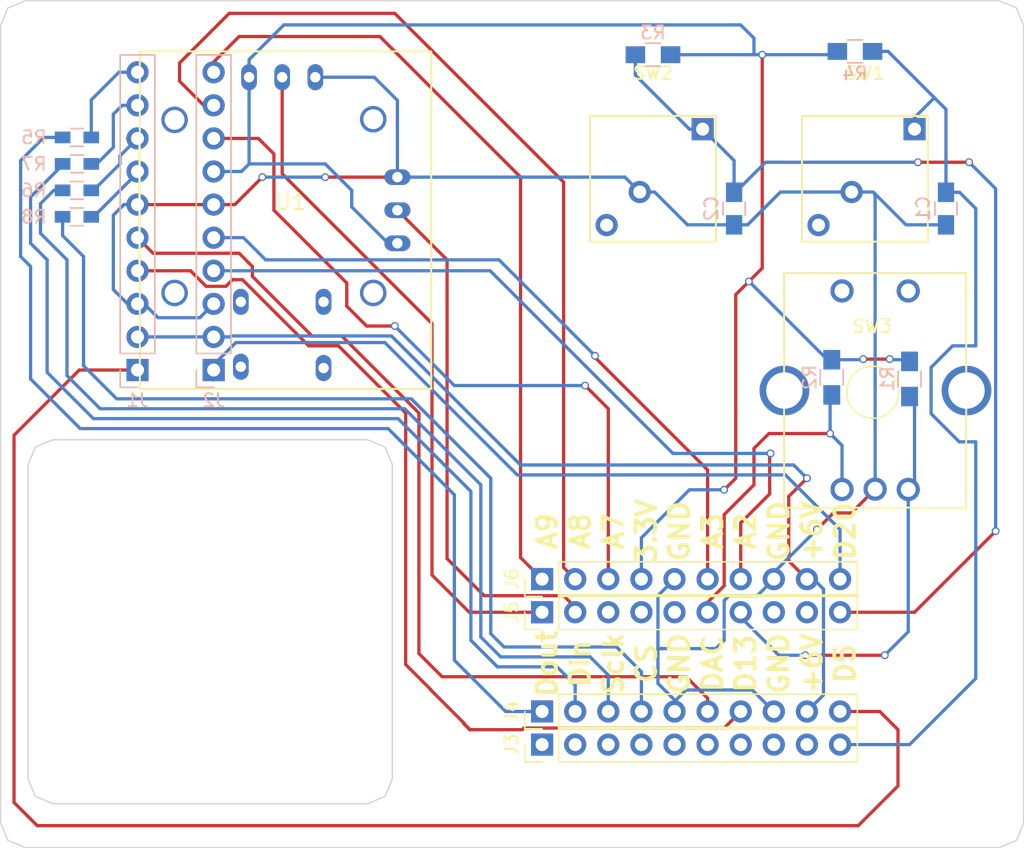
<source format=kicad_pcb>
(kicad_pcb (version 4) (host pcbnew 4.0.7)
  (layers (0 F.Cu signal) (31 B.Cu signal) (34 B.Paste user) (35 F.Paste user) (36 B.SilkS user) (37 F.SilkS user) (38 B.Mask user) (39 F.Mask user) (44 Edge.Cuts user))
  (net 0 "")
  (net 1 +6V)
  (net 2 GND)
  (net 3 +3V3)
  (net 4 /DOUT)
  (net 5 /DIN)
  (net 6 /SCLK)
  (net 7 /CS)
  (net 8 /DAC)
  (net 9 /LED)
  (net 10 /A9)
  (net 11 /A8)
  (net 12 /A7)
  (net 13 /A3)
  (net 14 /A2)
  (net 15 /PWM_20)
  (net 16 "Net-(C1-Pad1)")
  (net 17 "Net-(C2-Pad1)")
  (net 18 /PWM_5)
  (net 19 "Net-(J5-Pad1)")
  (net 20 "Net-(J5-Pad2)")
  (net 21 "Net-(J5-Pad6)")
  (net 22 "Net-(J5-Pad7)")
  (net 23 "Net-(J1-Pad7)")
  (net 24 "Net-(J1-Pad8)")
  (net 25 "Net-(J1-Pad9)")
  (net 26 "Net-(J1-Pad10)")
  (module Mounting_Holes:MountingHole_2.7mm (layer F.Cu) (at 180.6702 133.4516)
    (fp_text reference "" (at 0 -3.7) (layer F.SilkS))
    (fp_text value "")
    (pad 1 np_thru_hole circle (at 0 0) (size 2.7 2.7) (drill 2.7) (layers *.Cu *.Mask))
  )
  (module Mounting_Holes:MountingHole_2.7mm (layer F.Cu) (at 180.6702 78.5876)
    (fp_text reference "" (at 0 -3.7) (layer F.SilkS))
    (fp_text value "")
    (pad 1 np_thru_hole circle (at 0 0) (size 2.7 2.7) (drill 2.7) (layers *.Cu *.Mask))
  )
  (module Pin_Headers:Pin_Header_Straight_1x10_Pitch2.54mm (layer F.Cu) (at 149.479 128.143 90)
    (fp_text reference J4 (at 0 -2.33 90) (layer F.SilkS))
    (fp_text value Conn_01x10)
    (pad 1 thru_hole rect (at 0 0 90) (size 1.7 1.7) (drill 1) (layers *.Cu *.Mask) (net 4 /DOUT))
    (pad 2 thru_hole oval (at 0 2.54 90) (size 1.7 1.7) (drill 1) (layers *.Cu *.Mask) (net 5 /DIN))
    (pad 3 thru_hole oval (at 0 5.08 90) (size 1.7 1.7) (drill 1) (layers *.Cu *.Mask) (net 6 /SCLK))
    (pad 4 thru_hole oval (at 0 7.62 90) (size 1.7 1.7) (drill 1) (layers *.Cu *.Mask) (net 7 /CS))
    (pad 5 thru_hole oval (at 0 10.16 90) (size 1.7 1.7) (drill 1) (layers *.Cu *.Mask) (net 2 GND))
    (pad 6 thru_hole oval (at 0 12.7 90) (size 1.7 1.7) (drill 1) (layers *.Cu *.Mask) (net 8 /DAC))
    (pad 7 thru_hole oval (at 0 15.24 90) (size 1.7 1.7) (drill 1) (layers *.Cu *.Mask) (net 9 /LED))
    (pad 8 thru_hole oval (at 0 17.78 90) (size 1.7 1.7) (drill 1) (layers *.Cu *.Mask) (net 2 GND))
    (pad 9 thru_hole oval (at 0 20.32 90) (size 1.7 1.7) (drill 1) (layers *.Cu *.Mask) (net 1 +6V))
    (pad 10 thru_hole oval (at 0 22.86 90) (size 1.7 1.7) (drill 1) (layers *.Cu *.Mask) (net 18 /PWM_5))
  )
  (module Resistors_SMD:R_0805_HandSoldering (layer B.Cu) (at 177.673 102.616 270)
    (fp_text reference R1 (at 0 1.7 270) (layer B.SilkS) (effects (justify mirror)))
    (fp_text value 10k)
    (pad 1 smd rect (at -1.35 0 270) (size 1.5 1.3) (layers B.Cu B.Paste B.Mask) (net 3 +3V3))
    (pad 2 smd rect (at 1.35 0 270) (size 1.5 1.3) (layers B.Cu B.Paste B.Mask) (net 22 "Net-(J5-Pad7)"))
  )
  (module Resistors_SMD:R_0805_HandSoldering (layer B.Cu) (at 171.704 102.489 270)
    (fp_text reference R2 (at 0 1.7 270) (layer B.SilkS) (effects (justify mirror)))
    (fp_text value 10k)
    (pad 1 smd rect (at -1.35 0 270) (size 1.5 1.3) (layers B.Cu B.Paste B.Mask) (net 3 +3V3))
    (pad 2 smd rect (at 1.35 0 270) (size 1.5 1.3) (layers B.Cu B.Paste B.Mask) (net 21 "Net-(J5-Pad6)"))
  )
  (module Socket_Strips:Socket_Strip_Straight_1x10_Pitch2.54mm (layer B.Cu) (at 118.4402 101.9302)
    (fp_text reference J1 (at 0 2.33) (layer B.SilkS) (effects (justify mirror)))
    (fp_text value Conn_01x10)
    (pad 1 thru_hole rect (at 0 0) (size 1.7 1.7) (drill 1) (layers *.Cu *.Mask) (net 18 /PWM_5))
    (pad 2 thru_hole oval (at 0 -2.54) (size 1.7 1.7) (drill 1) (layers *.Cu *.Mask) (net 1 +6V))
    (pad 3 thru_hole oval (at 0 -5.08) (size 1.7 1.7) (drill 1) (layers *.Cu *.Mask) (net 2 GND))
    (pad 4 thru_hole oval (at 0 -7.62) (size 1.7 1.7) (drill 1) (layers *.Cu *.Mask) (net 9 /LED))
    (pad 5 thru_hole oval (at 0 -10.16) (size 1.7 1.7) (drill 1) (layers *.Cu *.Mask) (net 8 /DAC))
    (pad 6 thru_hole oval (at 0 -12.7) (size 1.7 1.7) (drill 1) (layers *.Cu *.Mask) (net 2 GND))
    (pad 7 thru_hole oval (at 0 -15.24) (size 1.7 1.7) (drill 1) (layers *.Cu *.Mask) (net 23 "Net-(J1-Pad7)"))
    (pad 8 thru_hole oval (at 0 -17.78) (size 1.7 1.7) (drill 1) (layers *.Cu *.Mask) (net 24 "Net-(J1-Pad8)"))
    (pad 9 thru_hole oval (at 0 -20.32) (size 1.7 1.7) (drill 1) (layers *.Cu *.Mask) (net 25 "Net-(J1-Pad9)"))
    (pad 10 thru_hole oval (at 0 -22.86) (size 1.7 1.7) (drill 1) (layers *.Cu *.Mask) (net 26 "Net-(J1-Pad10)"))
  )
  (module Socket_Strips:Socket_Strip_Straight_1x10_Pitch2.54mm (layer B.Cu) (at 124.2822 101.9302)
    (fp_text reference J2 (at 0 2.33) (layer B.SilkS) (effects (justify mirror)))
    (fp_text value Conn_01x10)
    (pad 1 thru_hole rect (at 0 0) (size 1.7 1.7) (drill 1) (layers *.Cu *.Mask) (net 15 /PWM_20))
    (pad 2 thru_hole oval (at 0 -2.54) (size 1.7 1.7) (drill 1) (layers *.Cu *.Mask) (net 1 +6V))
    (pad 3 thru_hole oval (at 0 -5.08) (size 1.7 1.7) (drill 1) (layers *.Cu *.Mask) (net 2 GND))
    (pad 4 thru_hole oval (at 0 -7.62) (size 1.7 1.7) (drill 1) (layers *.Cu *.Mask) (net 14 /A2))
    (pad 5 thru_hole oval (at 0 -10.16) (size 1.7 1.7) (drill 1) (layers *.Cu *.Mask) (net 13 /A3))
    (pad 6 thru_hole oval (at 0 -12.7) (size 1.7 1.7) (drill 1) (layers *.Cu *.Mask) (net 2 GND))
    (pad 7 thru_hole oval (at 0 -15.24) (size 1.7 1.7) (drill 1) (layers *.Cu *.Mask) (net 3 +3V3))
    (pad 8 thru_hole oval (at 0 -17.78) (size 1.7 1.7) (drill 1) (layers *.Cu *.Mask) (net 12 /A7))
    (pad 9 thru_hole oval (at 0 -20.32) (size 1.7 1.7) (drill 1) (layers *.Cu *.Mask) (net 11 /A8))
    (pad 10 thru_hole oval (at 0 -22.86) (size 1.7 1.7) (drill 1) (layers *.Cu *.Mask) (net 10 /A9))
  )
  (module Capacitors_SMD:C_0805_HandSoldering (layer B.Cu) (at 180.467 89.535 270)
    (fp_text reference C1 (at 0 1.75 270) (layer B.SilkS) (effects (justify mirror)))
    (fp_text value 1uF)
    (pad 1 smd rect (at -1.25 0 270) (size 1.5 1.25) (layers B.Cu B.Paste B.Mask) (net 16 "Net-(C1-Pad1)"))
    (pad 2 smd rect (at 1.25 0 270) (size 1.5 1.25) (layers B.Cu B.Paste B.Mask) (net 2 GND))
  )
  (module Capacitors_SMD:C_0805_HandSoldering (layer B.Cu) (at 164.211 89.535 270)
    (fp_text reference C2 (at 0 1.75 270) (layer B.SilkS) (effects (justify mirror)))
    (fp_text value 1uF)
    (pad 1 smd rect (at -1.25 0 270) (size 1.5 1.25) (layers B.Cu B.Paste B.Mask) (net 17 "Net-(C2-Pad1)"))
    (pad 2 smd rect (at 1.25 0 270) (size 1.5 1.25) (layers B.Cu B.Paste B.Mask) (net 2 GND))
  )
  (module Resistors_SMD:R_0805_HandSoldering (layer B.Cu) (at 157.988 77.724 180)
    (fp_text reference R3 (at 0 1.7 180) (layer B.SilkS) (effects (justify mirror)))
    (fp_text value 10k)
    (pad 1 smd rect (at -1.35 0 180) (size 1.5 1.3) (layers B.Cu B.Paste B.Mask) (net 3 +3V3))
    (pad 2 smd rect (at 1.35 0 180) (size 1.5 1.3) (layers B.Cu B.Paste B.Mask) (net 17 "Net-(C2-Pad1)"))
  )
  (module Resistors_SMD:R_0805_HandSoldering (layer B.Cu) (at 173.482 77.47)
    (fp_text reference R4 (at 0 1.7) (layer B.SilkS) (effects (justify mirror)))
    (fp_text value 10k)
    (pad 1 smd rect (at -1.35 0) (size 1.5 1.3) (layers B.Cu B.Paste B.Mask) (net 3 +3V3))
    (pad 2 smd rect (at 1.35 0) (size 1.5 1.3) (layers B.Cu B.Paste B.Mask) (net 16 "Net-(C1-Pad1)"))
  )
  (module teensy:joy_xy (layer F.Cu) (at 129.54 89.662)
    (fp_text reference U1 (at 0.635 -0.635 180) (layer F.SilkS) (effects (font (size 1.2 1.2))))
    (fp_text value Joy_XY)
    (pad 14 thru_hole circle (at -8.255 6.35) (size 2.032 2.032) (drill 1.524) (layers *.Cu *.Mask))
    (pad 1 thru_hole oval (at -2.54 -10.21) (size 1.2 2) (drill 0.8) (layers *.Cu *.Mask) (net 3 +3V3))
    (pad 13 thru_hole circle (at 6.985 6.35) (size 2.032 2.032) (drill 1.524) (layers *.Cu *.Mask))
    (pad 2 thru_hole oval (at 0 -10.21) (size 1.2 2) (drill 0.8) (layers *.Cu *.Mask) (net 19 "Net-(J5-Pad1)"))
    (pad 12 thru_hole circle (at 6.985 -6.985) (size 2.032 2.032) (drill 1.524) (layers *.Cu *.Mask))
    (pad 3 thru_hole oval (at 2.54 -10.21) (size 1.2 2) (drill 0.8) (layers *.Cu *.Mask) (net 2 GND))
    (pad 11 thru_hole circle (at -8.255 -6.935) (size 2.032 2.032) (drill 1.524) (layers *.Cu *.Mask))
    (pad 4 thru_hole oval (at 8.84 2.54 90) (size 1.2 2) (drill 0.8) (layers *.Cu *.Mask) (net 3 +3V3))
    (pad 10 thru_hole oval (at 3.175 7.035) (size 1.2 2) (drill 0.8) (layers *.Cu *.Mask))
    (pad 5 thru_hole oval (at 8.84 0 90) (size 1.2 2) (drill 0.8) (layers *.Cu *.Mask) (net 20 "Net-(J5-Pad2)"))
    (pad 9 thru_hole oval (at 3.175 12.115) (size 1.2 2) (drill 0.8) (layers *.Cu *.Mask))
    (pad 6 thru_hole oval (at 8.84 -2.54 90) (size 1.2 2) (drill 0.8) (layers *.Cu *.Mask) (net 2 GND))
    (pad 8 thru_hole oval (at -3.175 7.035) (size 1.2 2) (drill 0.8) (layers *.Cu *.Mask))
    (pad 7 thru_hole oval (at -3.175 12.015) (size 1.2 2) (drill 0.8) (layers *.Cu *.Mask))
  )
  (module Pin_Headers:Pin_Header_Straight_1x10_Pitch2.54mm (layer F.Cu) (at 149.479 130.683 90)
    (fp_text reference J3 (at 0 -2.33 90) (layer F.SilkS))
    (fp_text value Conn_01x10)
    (pad 1 thru_hole rect (at 0 0 90) (size 1.7 1.7) (drill 1) (layers *.Cu *.Mask))
    (pad 2 thru_hole oval (at 0 2.54 90) (size 1.7 1.7) (drill 1) (layers *.Cu *.Mask))
    (pad 3 thru_hole oval (at 0 5.08 90) (size 1.7 1.7) (drill 1) (layers *.Cu *.Mask))
    (pad 4 thru_hole oval (at 0 7.62 90) (size 1.7 1.7) (drill 1) (layers *.Cu *.Mask))
    (pad 5 thru_hole oval (at 0 10.16 90) (size 1.7 1.7) (drill 1) (layers *.Cu *.Mask))
    (pad 6 thru_hole oval (at 0 12.7 90) (size 1.7 1.7) (drill 1) (layers *.Cu *.Mask))
    (pad 7 thru_hole oval (at 0 15.24 90) (size 1.7 1.7) (drill 1) (layers *.Cu *.Mask))
    (pad 8 thru_hole oval (at 0 17.78 90) (size 1.7 1.7) (drill 1) (layers *.Cu *.Mask))
    (pad 9 thru_hole oval (at 0 20.32 90) (size 1.7 1.7) (drill 1) (layers *.Cu *.Mask))
    (pad 10 thru_hole oval (at 0 22.86 90) (size 1.7 1.7) (drill 1) (layers *.Cu *.Mask) (net 16 "Net-(C1-Pad1)"))
  )
  (module Pin_Headers:Pin_Header_Straight_1x10_Pitch2.54mm (layer F.Cu) (at 149.479 120.523 90)
    (fp_text reference J5 (at 0 -2.33 90) (layer F.SilkS))
    (fp_text value Conn_01x10)
    (pad 1 thru_hole rect (at 0 0 90) (size 1.7 1.7) (drill 1) (layers *.Cu *.Mask) (net 19 "Net-(J5-Pad1)"))
    (pad 2 thru_hole oval (at 0 2.54 90) (size 1.7 1.7) (drill 1) (layers *.Cu *.Mask) (net 20 "Net-(J5-Pad2)"))
    (pad 3 thru_hole oval (at 0 5.08 90) (size 1.7 1.7) (drill 1) (layers *.Cu *.Mask))
    (pad 4 thru_hole oval (at 0 7.62 90) (size 1.7 1.7) (drill 1) (layers *.Cu *.Mask))
    (pad 5 thru_hole oval (at 0 10.16 90) (size 1.7 1.7) (drill 1) (layers *.Cu *.Mask))
    (pad 6 thru_hole oval (at 0 12.7 90) (size 1.7 1.7) (drill 1) (layers *.Cu *.Mask) (net 21 "Net-(J5-Pad6)"))
    (pad 7 thru_hole oval (at 0 15.24 90) (size 1.7 1.7) (drill 1) (layers *.Cu *.Mask) (net 22 "Net-(J5-Pad7)"))
    (pad 8 thru_hole oval (at 0 17.78 90) (size 1.7 1.7) (drill 1) (layers *.Cu *.Mask))
    (pad 9 thru_hole oval (at 0 20.32 90) (size 1.7 1.7) (drill 1) (layers *.Cu *.Mask))
    (pad 10 thru_hole oval (at 0 22.86 90) (size 1.7 1.7) (drill 1) (layers *.Cu *.Mask) (net 17 "Net-(C2-Pad1)"))
  )
  (module Pin_Headers:Pin_Header_Straight_1x10_Pitch2.54mm (layer F.Cu) (at 149.479 117.983 90)
    (fp_text reference J6 (at 0 -2.33 90) (layer F.SilkS))
    (fp_text value Conn_01x10)
    (pad 1 thru_hole rect (at 0 0 90) (size 1.7 1.7) (drill 1) (layers *.Cu *.Mask) (net 10 /A9))
    (pad 2 thru_hole oval (at 0 2.54 90) (size 1.7 1.7) (drill 1) (layers *.Cu *.Mask) (net 11 /A8))
    (pad 3 thru_hole oval (at 0 5.08 90) (size 1.7 1.7) (drill 1) (layers *.Cu *.Mask) (net 12 /A7))
    (pad 4 thru_hole oval (at 0 7.62 90) (size 1.7 1.7) (drill 1) (layers *.Cu *.Mask) (net 3 +3V3))
    (pad 5 thru_hole oval (at 0 10.16 90) (size 1.7 1.7) (drill 1) (layers *.Cu *.Mask) (net 2 GND))
    (pad 6 thru_hole oval (at 0 12.7 90) (size 1.7 1.7) (drill 1) (layers *.Cu *.Mask) (net 13 /A3))
    (pad 7 thru_hole oval (at 0 15.24 90) (size 1.7 1.7) (drill 1) (layers *.Cu *.Mask) (net 14 /A2))
    (pad 8 thru_hole oval (at 0 17.78 90) (size 1.7 1.7) (drill 1) (layers *.Cu *.Mask) (net 2 GND))
    (pad 9 thru_hole oval (at 0 20.32 90) (size 1.7 1.7) (drill 1) (layers *.Cu *.Mask) (net 1 +6V))
    (pad 10 thru_hole oval (at 0 22.86 90) (size 1.7 1.7) (drill 1) (layers *.Cu *.Mask) (net 15 /PWM_20))
  )
  (module Resistors_SMD:R_0603_HandSoldering (layer B.Cu) (at 113.792 84.074 180)
    (fp_text reference R5 (at 3.302 0 180) (layer B.SilkS) (effects (justify mirror)))
    (fp_text value R)
    (pad 1 smd rect (at -1.1 0 180) (size 1.2 0.9) (layers B.Cu B.Paste B.Mask) (net 26 "Net-(J1-Pad10)"))
    (pad 2 smd rect (at 1.1 0 180) (size 1.2 0.9) (layers B.Cu B.Paste B.Mask) (net 4 /DOUT))
  )
  (module Resistors_SMD:R_0603_HandSoldering (layer B.Cu) (at 113.792 88.138 180)
    (fp_text reference R6 (at 3.302 0 180) (layer B.SilkS) (effects (justify mirror)))
    (fp_text value R)
    (pad 1 smd rect (at -1.1 0 180) (size 1.2 0.9) (layers B.Cu B.Paste B.Mask) (net 24 "Net-(J1-Pad8)"))
    (pad 2 smd rect (at 1.1 0 180) (size 1.2 0.9) (layers B.Cu B.Paste B.Mask) (net 6 /SCLK))
  )
  (module Resistors_SMD:R_0603_HandSoldering (layer B.Cu) (at 113.792 86.106 180)
    (fp_text reference R7 (at 3.302 0 180) (layer B.SilkS) (effects (justify mirror)))
    (fp_text value R)
    (pad 1 smd rect (at -1.1 0 180) (size 1.2 0.9) (layers B.Cu B.Paste B.Mask) (net 25 "Net-(J1-Pad9)"))
    (pad 2 smd rect (at 1.1 0 180) (size 1.2 0.9) (layers B.Cu B.Paste B.Mask) (net 5 /DIN))
  )
  (module Resistors_SMD:R_0603_HandSoldering (layer B.Cu) (at 113.792 90.17 180)
    (fp_text reference R8 (at 3.302 0 180) (layer B.SilkS) (effects (justify mirror)))
    (fp_text value R)
    (pad 1 smd rect (at -1.1 0 180) (size 1.2 0.9) (layers B.Cu B.Paste B.Mask) (net 23 "Net-(J1-Pad7)"))
    (pad 2 smd rect (at 1.1 0 180) (size 1.2 0.9) (layers B.Cu B.Paste B.Mask) (net 7 /CS))
  )
  (module Mounting_Holes:MountingHole_2.7mm (layer F.Cu) (at 113.0808 78.5622)
    (fp_text reference "" (at 0 -3.7) (layer F.SilkS))
    (fp_text value "")
    (pad 1 np_thru_hole circle (at 0 0) (size 2.7 2.7) (drill 2.7) (layers *.Cu *.Mask))
  )
  (module teensy:PUSH_SW_SPDT (layer F.Cu) (at 153.67 86.487)
    (fp_text reference SW2 (at 4.318 -7.366) (layer F.SilkS))
    (fp_text value SW_SPDT)
    (pad 2 thru_hole rect (at 8.128 -3.048) (size 1.7 1.7) (drill 1) (layers *.Cu *.Mask) (net 17 "Net-(C2-Pad1)"))
    (pad 3 thru_hole oval (at 3.302 1.778) (size 1.7 1.7) (drill 1) (layers *.Cu *.Mask) (net 2 GND))
    (pad 1 thru_hole oval (at 0.762 4.318) (size 1.7 1.7) (drill 1) (layers *.Cu *.Mask))
  )
  (module teensy:PUSH_SW_SPDT (layer F.Cu) (at 169.926 86.487)
    (fp_text reference SW1 (at 4.318 -7.366) (layer F.SilkS))
    (fp_text value SW_SPDT)
    (pad 2 thru_hole rect (at 8.128 -3.048) (size 1.7 1.7) (drill 1) (layers *.Cu *.Mask) (net 16 "Net-(C1-Pad1)"))
    (pad 3 thru_hole oval (at 3.302 1.778) (size 1.7 1.7) (drill 1) (layers *.Cu *.Mask) (net 2 GND))
    (pad 1 thru_hole oval (at 0.762 4.318) (size 1.7 1.7) (drill 1) (layers *.Cu *.Mask))
  )
  (module teensy:ROT_ENC (layer F.Cu) (at 169.291 102.235)
    (fp_text reference SW3 (at 5.5118 -3.6576) (layer F.SilkS))
    (fp_text value Rotary_Encoder_Switch)
    (pad 7 thru_hole oval (at 12.7508 1.27) (size 3.81 3.81) (drill oval 2.794) (layers *.Cu *.Mask))
    (pad 6 thru_hole oval (at -1.2192 1.27) (size 3.81 3.81) (drill oval 2.794) (layers *.Cu *.Mask))
    (pad 4 thru_hole circle (at 3.2004 -6.3754) (size 1.778 1.778) (drill 1.143) (layers *.Cu *.Mask))
    (pad 5 thru_hole circle (at 8.2804 -6.3754) (size 1.778 1.778) (drill 1.143) (layers *.Cu *.Mask))
    (pad 3 thru_hole circle (at 8.2804 8.8646) (size 1.778 1.778) (drill 1.143) (layers *.Cu *.Mask) (net 22 "Net-(J5-Pad7)"))
    (pad 2 thru_hole circle (at 5.7404 8.8392) (size 1.778 1.778) (drill 1.143) (layers *.Cu *.Mask) (net 2 GND))
    (pad 1 thru_hole circle (at 3.2004 8.8646) (size 1.778 1.778) (drill 1.143) (layers *.Cu *.Mask) (net 21 "Net-(J5-Pad6)"))
  )
  (gr_text D5 (at 172.72 124.46 90) (layer F.SilkS) (effects (font (size 1.5 1.5) (thickness 0.3))))
  (gr_text +6V (at 170.18 124.46 90) (layer F.SilkS) (effects (font (size 1.5 1.5) (thickness 0.3))))
  (gr_text GND (at 167.64 124.46 90) (layer F.SilkS) (effects (font (size 1.5 1.5) (thickness 0.3))))
  (gr_text D13 (at 165.1 124.46 90) (layer F.SilkS) (effects (font (size 1.5 1.5) (thickness 0.3))))
  (gr_text DAC (at 162.56 124.46 90) (layer F.SilkS) (effects (font (size 1.5 1.5) (thickness 0.3))))
  (gr_text GND (at 160.02 124.46 90) (layer F.SilkS) (effects (font (size 1.5 1.5) (thickness 0.3))))
  (gr_text CS (at 157.48 124.46 90) (layer F.SilkS) (effects (font (size 1.5 1.5) (thickness 0.3))))
  (gr_text Sclk (at 154.94 124.46 90) (layer F.SilkS) (effects (font (size 1.5 1.5) (thickness 0.3))))
  (gr_text Din (at 152.4 124.46 90) (layer F.SilkS) (effects (font (size 1.5 1.5) (thickness 0.3))))
  (gr_text Dout (at 149.86 124.46 90) (layer F.SilkS) (effects (font (size 1.5 1.5) (thickness 0.3))))
  (gr_text D20 (at 172.72 114.3 90) (layer F.SilkS) (effects (font (size 1.5 1.5) (thickness 0.3))))
  (gr_text +6V (at 170.18 114.3 90) (layer F.SilkS) (effects (font (size 1.5 1.5) (thickness 0.3))))
  (gr_text GND (at 167.64 114.3 90) (layer F.SilkS) (effects (font (size 1.5 1.5) (thickness 0.3))))
  (gr_text A2 (at 165.1 114.3 90) (layer F.SilkS) (effects (font (size 1.5 1.5) (thickness 0.3))))
  (gr_text A3 (at 162.56 114.3 90) (layer F.SilkS) (effects (font (size 1.5 1.5) (thickness 0.3))))
  (gr_text GND (at 160.02 114.3 90) (layer F.SilkS) (effects (font (size 1.5 1.5) (thickness 0.3))))
  (gr_text 3.3V (at 157.48 114.3 90) (layer F.SilkS) (effects (font (size 1.5 1.5) (thickness 0.3))))
  (gr_text A7 (at 154.94 114.3 90) (layer F.SilkS) (effects (font (size 1.5 1.5) (thickness 0.3))))
  (gr_text A9 (at 149.86 114.3 90) (layer F.SilkS) (effects (font (size 1.5 1.5) (thickness 0.3))))
  (gr_text A8 (at 152.4 114.3 90) (layer F.SilkS) (effects (font (size 1.5 1.5) (thickness 0.3))))
  (gr_circle (center 113.095147 78.579547) (end 114.349907 78.579547) (layer Edge.Cuts) (width 0.1))
  (gr_circle (center 180.659147 133.443547) (end 181.913907 133.443547) (layer Edge.Cuts) (width 0.1))
  (gr_circle (center 180.659147 78.579547) (end 181.913907 78.579547) (layer Edge.Cuts) (width 0.1))
  (gr_line (start 110.047147 133.316547) (end 110.047147 109.186547) (layer Edge.Cuts) (width 0.1))
  (gr_line (start 110.605109 134.663585) (end 110.047147 133.316547) (layer Edge.Cuts) (width 0.1))
  (gr_line (start 111.952147 135.221547) (end 110.605109 134.663585) (layer Edge.Cuts) (width 0.1))
  (gr_line (start 136.082147 135.221547) (end 111.952147 135.221547) (layer Edge.Cuts) (width 0.1))
  (gr_line (start 137.429186 134.663585) (end 136.082147 135.221547) (layer Edge.Cuts) (width 0.1))
  (gr_line (start 137.987147 133.316547) (end 137.429186 134.663585) (layer Edge.Cuts) (width 0.1))
  (gr_line (start 137.987147 109.186547) (end 137.987147 133.316547) (layer Edge.Cuts) (width 0.1))
  (gr_line (start 137.429186 107.839508) (end 137.987147 109.186547) (layer Edge.Cuts) (width 0.1))
  (gr_line (start 136.082147 107.281547) (end 137.429186 107.839508) (layer Edge.Cuts) (width 0.1))
  (gr_line (start 111.952147 107.281547) (end 136.082147 107.281547) (layer Edge.Cuts) (width 0.1))
  (gr_line (start 110.605109 107.839508) (end 111.952147 107.281547) (layer Edge.Cuts) (width 0.1))
  (gr_line (start 110.047147 109.186547) (end 110.605109 107.839508) (layer Edge.Cuts) (width 0.1))
  (gr_line (start 109.845147 138.598553) (end 184.521147 138.598553) (layer Edge.Cuts) (width 0.1))
  (gr_line (start 108.498109 138.040591) (end 109.845147 138.598553) (layer Edge.Cuts) (width 0.1))
  (gr_line (start 107.940147 136.693553) (end 108.498109 138.040591) (layer Edge.Cuts) (width 0.1))
  (gr_line (start 107.940147 75.479553) (end 107.940147 136.693553) (layer Edge.Cuts) (width 0.1))
  (gr_line (start 108.498109 74.132515) (end 107.940147 75.479553) (layer Edge.Cuts) (width 0.1))
  (gr_line (start 109.845147 73.574553) (end 108.498109 74.132515) (layer Edge.Cuts) (width 0.1))
  (gr_line (start 184.521147 73.574553) (end 109.845147 73.574553) (layer Edge.Cuts) (width 0.1))
  (gr_line (start 185.868186 74.132515) (end 184.521147 73.574553) (layer Edge.Cuts) (width 0.1))
  (gr_line (start 186.426147 75.479553) (end 185.868186 74.132515) (layer Edge.Cuts) (width 0.1))
  (gr_line (start 186.426147 136.693553) (end 186.426147 75.479553) (layer Edge.Cuts) (width 0.1))
  (gr_line (start 185.868186 138.040591) (end 186.426147 136.693553) (layer Edge.Cuts) (width 0.1))
  (gr_line (start 184.521147 138.598553) (end 185.868186 138.040591) (layer Edge.Cuts) (width 0.1))
  (segment (start 169.799 117.983) (end 170.307 117.983) (width 0.25) (layer B.Cu) (net 1))
  (segment (start 170.307 117.983) (end 171.069 118.745) (width 0.25) (layer B.Cu) (net 1))
  (segment (start 171.069 126.873) (end 169.799 128.143) (width 0.25) (layer B.Cu) (net 1))
  (segment (start 171.069 118.745) (end 171.069 126.873) (width 0.25) (layer B.Cu) (net 1))
  (segment (start 169.799 117.983) (end 170.18 117.983) (width 0.25) (layer B.Cu) (net 1))
  (via (at 169.799 110.236) (size 0.6) (drill 0.4) (layers F.Cu B.Cu) (net 1))
  (segment (start 169.799 117.983) (end 168.402 116.586) (width 0.25) (layer F.Cu) (net 1))
  (segment (start 168.402 111.633) (end 168.402 116.586) (width 0.25) (layer F.Cu) (net 1))
  (segment (start 168.402 111.633) (end 169.799 110.236) (width 0.25) (layer F.Cu) (net 1))
  (segment (start 124.2822 99.3902) (end 125.5268 99.3902) (width 0.25) (layer B.Cu) (net 1))
  (segment (start 125.603 99.314) (end 137.922 99.314) (width 0.25) (layer B.Cu) (net 1))
  (segment (start 125.5268 99.3902) (end 125.603 99.314) (width 0.25) (layer B.Cu) (net 1))
  (segment (start 137.922 99.314) (end 147.828 109.22) (width 0.25) (layer B.Cu) (net 1))
  (segment (start 147.828 109.22) (end 168.783 109.22) (width 0.25) (layer B.Cu) (net 1))
  (segment (start 168.783 109.22) (end 169.799 110.236) (width 0.25) (layer B.Cu) (net 1))
  (segment (start 169.799 117.983) (end 169.799 118.364) (width 0.25) (layer B.Cu) (net 1))
  (segment (start 118.4402 99.3902) (end 124.2822 99.3902) (width 0.25) (layer B.Cu) (net 1))
  (segment (start 169.799 117.983) (end 169.799 117.729) (width 0.25) (layer B.Cu) (net 1))
  (segment (start 118.4402 96.8502) (end 118.9482 96.8502) (width 0.25) (layer B.Cu) (net 2))
  (segment (start 118.9482 96.8502) (end 120.015 97.917) (width 0.25) (layer B.Cu) (net 2))
  (segment (start 123.2154 97.917) (end 124.2822 96.8502) (width 0.25) (layer B.Cu) (net 2))
  (segment (start 120.015 97.917) (end 123.2154 97.917) (width 0.25) (layer B.Cu) (net 2))
  (segment (start 167.259 117.983) (end 167.259 117.475) (width 0.25) (layer B.Cu) (net 2))
  (segment (start 167.259 117.475) (end 170.561 114.173) (width 0.25) (layer B.Cu) (net 2))
  (segment (start 173.2026 112.903) (end 175.0314 111.0742) (width 0.25) (layer F.Cu) (net 2))
  (segment (start 171.831 112.903) (end 173.2026 112.903) (width 0.25) (layer F.Cu) (net 2))
  (segment (start 170.561 114.173) (end 171.831 112.903) (width 0.25) (layer F.Cu) (net 2))
  (via (at 170.561 114.173) (size 0.6) (drill 0.4) (layers F.Cu B.Cu) (net 2))
  (segment (start 175.0314 111.0742) (end 175.0314 88.4174) (width 0.25) (layer B.Cu) (net 2))
  (segment (start 175.006 88.519) (end 175.006 88.392) (width 0.25) (layer B.Cu) (net 2))
  (segment (start 175.006 88.4428) (end 175.006 88.519) (width 0.25) (layer B.Cu) (net 2))
  (segment (start 175.0314 88.4174) (end 175.006 88.4428) (width 0.25) (layer B.Cu) (net 2))
  (segment (start 118.4402 96.8502) (end 117.6782 96.8502) (width 0.25) (layer B.Cu) (net 2))
  (segment (start 117.6782 96.8502) (end 116.586 95.758) (width 0.25) (layer B.Cu) (net 2))
  (segment (start 117.3988 89.2302) (end 118.4402 89.2302) (width 0.25) (layer B.Cu) (net 2))
  (segment (start 116.586 90.043) (end 117.3988 89.2302) (width 0.25) (layer B.Cu) (net 2))
  (segment (start 116.586 95.758) (end 116.586 90.043) (width 0.25) (layer B.Cu) (net 2))
  (segment (start 138.38 87.122) (end 155.829 87.122) (width 0.25) (layer B.Cu) (net 2))
  (segment (start 155.829 87.122) (end 156.972 88.265) (width 0.25) (layer B.Cu) (net 2))
  (segment (start 164.211 90.785) (end 165.247 90.785) (width 0.25) (layer B.Cu) (net 2))
  (segment (start 167.767 88.265) (end 173.228 88.265) (width 0.25) (layer B.Cu) (net 2))
  (segment (start 165.247 90.785) (end 167.767 88.265) (width 0.25) (layer B.Cu) (net 2))
  (segment (start 156.972 88.265) (end 158.115 88.265) (width 0.25) (layer B.Cu) (net 2))
  (segment (start 158.115 88.265) (end 160.635 90.785) (width 0.25) (layer B.Cu) (net 2))
  (segment (start 160.635 90.785) (end 164.211 90.785) (width 0.25) (layer B.Cu) (net 2))
  (segment (start 173.228 88.265) (end 174.879 88.265) (width 0.25) (layer B.Cu) (net 2))
  (segment (start 174.879 88.265) (end 175.006 88.392) (width 0.25) (layer B.Cu) (net 2))
  (segment (start 175.006 88.392) (end 177.399 90.785) (width 0.25) (layer B.Cu) (net 2))
  (segment (start 177.399 90.785) (end 180.467 90.785) (width 0.25) (layer B.Cu) (net 2))
  (segment (start 159.639 128.143) (end 159.639 127.381) (width 0.25) (layer B.Cu) (net 2))
  (segment (start 159.639 127.381) (end 160.528 126.492) (width 0.25) (layer B.Cu) (net 2))
  (segment (start 165.608 126.492) (end 167.259 128.143) (width 0.25) (layer B.Cu) (net 2))
  (segment (start 160.528 126.492) (end 165.608 126.492) (width 0.25) (layer B.Cu) (net 2))
  (segment (start 165.989 119.253) (end 163.83 119.253) (width 0.25) (layer B.Cu) (net 2))
  (segment (start 163.449 122.682) (end 162.814 123.317) (width 0.25) (layer B.Cu) (net 2))
  (segment (start 163.449 119.634) (end 163.449 122.682) (width 0.25) (layer B.Cu) (net 2))
  (segment (start 163.83 119.253) (end 163.449 119.634) (width 0.25) (layer B.Cu) (net 2))
  (segment (start 158.369 123.317) (end 158.623 123.317) (width 0.25) (layer B.Cu) (net 2))
  (segment (start 158.623 123.317) (end 158.75 123.317) (width 0.25) (layer B.Cu) (net 2))
  (segment (start 167.259 117.983) (end 165.989 119.253) (width 0.25) (layer B.Cu) (net 2))
  (segment (start 162.814 123.317) (end 158.75 123.317) (width 0.25) (layer B.Cu) (net 2))
  (segment (start 158.75 123.317) (end 158.623 123.317) (width 0.25) (layer B.Cu) (net 2))
  (segment (start 159.639 128.143) (end 159.639 127.254) (width 0.25) (layer B.Cu) (net 2))
  (segment (start 158.369 119.253) (end 159.639 117.983) (width 0.25) (layer B.Cu) (net 2))
  (segment (start 158.369 125.984) (end 158.369 123.317) (width 0.25) (layer B.Cu) (net 2))
  (segment (start 158.369 123.317) (end 158.369 119.253) (width 0.25) (layer B.Cu) (net 2))
  (segment (start 159.639 127.254) (end 158.369 125.984) (width 0.25) (layer B.Cu) (net 2))
  (segment (start 124.2822 89.2302) (end 125.9078 89.2302) (width 0.25) (layer F.Cu) (net 2))
  (segment (start 132.842 87.122) (end 138.38 87.122) (width 0.25) (layer F.Cu) (net 2))
  (via (at 132.842 87.122) (size 0.6) (drill 0.4) (layers F.Cu B.Cu) (net 2))
  (segment (start 128.016 87.122) (end 132.842 87.122) (width 0.25) (layer B.Cu) (net 2))
  (via (at 128.016 87.122) (size 0.6) (drill 0.4) (layers F.Cu B.Cu) (net 2))
  (segment (start 125.9078 89.2302) (end 128.016 87.122) (width 0.25) (layer F.Cu) (net 2))
  (segment (start 118.4402 89.2302) (end 124.2822 89.2302) (width 0.25) (layer F.Cu) (net 2))
  (segment (start 167.259 117.983) (end 167.259 117.729) (width 0.25) (layer B.Cu) (net 2))
  (segment (start 132.08 79.452) (end 136.602 79.452) (width 0.25) (layer B.Cu) (net 2))
  (segment (start 138.38 81.23) (end 138.38 87.122) (width 0.25) (layer B.Cu) (net 2))
  (segment (start 137.668 80.518) (end 138.38 81.23) (width 0.25) (layer B.Cu) (net 2))
  (segment (start 136.602 79.452) (end 137.668 80.518) (width 0.25) (layer B.Cu) (net 2))
  (via (at 165.3413 95.1357) (size 0.6) (drill 0.4) (layers F.Cu B.Cu) (net 3))
  (segment (start 165.354 95.123) (end 165.3667 95.1357) (width 0.25) (layer B.Cu) (net 3))
  (segment (start 165.3667 95.1357) (end 165.3413 95.1357) (width 0.25) (layer B.Cu) (net 3))
  (segment (start 178.054 101.139) (end 176.196 101.139) (width 0.25) (layer B.Cu) (net 3))
  (segment (start 174.07 101.139) (end 171.704 101.139) (width 0.25) (layer B.Cu) (net 3))
  (segment (start 174.117 101.092) (end 174.07 101.139) (width 0.25) (layer B.Cu) (net 3))
  (via (at 174.117 101.092) (size 0.6) (drill 0.4) (layers F.Cu B.Cu) (net 3))
  (segment (start 176.149 101.092) (end 174.117 101.092) (width 0.25) (layer F.Cu) (net 3))
  (via (at 176.149 101.092) (size 0.6) (drill 0.4) (layers F.Cu B.Cu) (net 3))
  (segment (start 176.196 101.139) (end 176.149 101.092) (width 0.25) (layer B.Cu) (net 3))
  (segment (start 171.704 101.139) (end 171.37 101.139) (width 0.25) (layer B.Cu) (net 3))
  (segment (start 171.37 101.139) (end 165.354 95.123) (width 0.25) (layer B.Cu) (net 3))
  (segment (start 164.338 105.029) (end 164.338 96.139) (width 0.25) (layer F.Cu) (net 3))
  (segment (start 164.338 96.139) (end 165.3413 95.1357) (width 0.25) (layer F.Cu) (net 3))
  (via (at 166.37 77.724) (size 0.6) (drill 0.4) (layers F.Cu B.Cu) (net 3))
  (segment (start 166.37 94.107) (end 166.37 77.724) (width 0.25) (layer F.Cu) (net 3))
  (segment (start 165.354 95.123) (end 166.37 94.107) (width 0.25) (layer F.Cu) (net 3))
  (segment (start 164.084 75.438) (end 164.719 75.438) (width 0.25) (layer B.Cu) (net 3))
  (segment (start 165.735 76.454) (end 165.735 77.724) (width 0.25) (layer B.Cu) (net 3))
  (segment (start 164.719 75.438) (end 165.735 76.454) (width 0.25) (layer B.Cu) (net 3))
  (segment (start 159.338 77.724) (end 165.735 77.724) (width 0.25) (layer B.Cu) (net 3))
  (segment (start 165.735 77.724) (end 166.37 77.724) (width 0.25) (layer B.Cu) (net 3))
  (segment (start 166.37 77.724) (end 171.878 77.724) (width 0.25) (layer B.Cu) (net 3))
  (segment (start 171.878 77.724) (end 172.132 77.47) (width 0.25) (layer B.Cu) (net 3))
  (segment (start 127 79.452) (end 127 78.105) (width 0.25) (layer B.Cu) (net 3))
  (segment (start 129.667 75.438) (end 164.084 75.438) (width 0.25) (layer B.Cu) (net 3))
  (segment (start 127 78.105) (end 129.667 75.438) (width 0.25) (layer B.Cu) (net 3))
  (segment (start 157.099 117.983) (end 157.099 114.808) (width 0.25) (layer B.Cu) (net 3))
  (segment (start 164.338 110.236) (end 164.338 105.029) (width 0.25) (layer F.Cu) (net 3))
  (segment (start 163.449 111.125) (end 164.338 110.236) (width 0.25) (layer F.Cu) (net 3))
  (via (at 163.449 111.125) (size 0.6) (drill 0.4) (layers F.Cu B.Cu) (net 3))
  (segment (start 160.782 111.125) (end 163.449 111.125) (width 0.25) (layer B.Cu) (net 3))
  (segment (start 157.099 114.808) (end 160.782 111.125) (width 0.25) (layer B.Cu) (net 3))
  (segment (start 138.38 92.202) (end 137.668 92.202) (width 0.25) (layer B.Cu) (net 3))
  (segment (start 137.668 92.202) (end 134.874 89.408) (width 0.25) (layer B.Cu) (net 3))
  (segment (start 134.874 89.408) (end 134.874 88.138) (width 0.25) (layer B.Cu) (net 3))
  (segment (start 134.874 88.138) (end 132.842 86.106) (width 0.25) (layer B.Cu) (net 3))
  (segment (start 132.842 86.106) (end 127 86.106) (width 0.25) (layer B.Cu) (net 3))
  (segment (start 124.2822 86.6902) (end 126.4158 86.6902) (width 0.25) (layer B.Cu) (net 3))
  (segment (start 127 86.106) (end 127 79.452) (width 0.25) (layer B.Cu) (net 3))
  (segment (start 126.4158 86.6902) (end 127 86.106) (width 0.25) (layer B.Cu) (net 3))
  (segment (start 112.692 84.074) (end 111.252 84.074) (width 0.25) (layer B.Cu) (net 4))
  (segment (start 146.685 128.143) (end 149.479 128.143) (width 0.25) (layer B.Cu) (net 4))
  (segment (start 142.748 124.206) (end 146.685 128.143) (width 0.25) (layer B.Cu) (net 4))
  (segment (start 142.748 111.506) (end 142.748 124.206) (width 0.25) (layer B.Cu) (net 4))
  (segment (start 137.668 106.426) (end 142.748 111.506) (width 0.25) (layer B.Cu) (net 4))
  (segment (start 114.046 106.426) (end 137.668 106.426) (width 0.25) (layer B.Cu) (net 4))
  (segment (start 110.236 102.616) (end 114.046 106.426) (width 0.25) (layer B.Cu) (net 4))
  (segment (start 110.236 93.98) (end 110.236 102.616) (width 0.25) (layer B.Cu) (net 4))
  (segment (start 109.474 93.218) (end 110.236 93.98) (width 0.25) (layer B.Cu) (net 4))
  (segment (start 109.474 85.852) (end 109.474 93.218) (width 0.25) (layer B.Cu) (net 4))
  (segment (start 111.252 84.074) (end 109.474 85.852) (width 0.25) (layer B.Cu) (net 4))
  (segment (start 112.692 86.106) (end 112.692 86.19) (width 0.25) (layer B.Cu) (net 5))
  (segment (start 112.692 86.19) (end 110.236 88.646) (width 0.25) (layer B.Cu) (net 5))
  (segment (start 110.236 88.646) (end 110.236 92.202) (width 0.25) (layer B.Cu) (net 5))
  (segment (start 110.236 92.202) (end 111.506 93.472) (width 0.25) (layer B.Cu) (net 5))
  (segment (start 111.506 93.472) (end 111.506 102.108) (width 0.25) (layer B.Cu) (net 5))
  (segment (start 111.506 102.108) (end 115.062 105.664) (width 0.25) (layer B.Cu) (net 5))
  (segment (start 115.062 105.664) (end 138.43 105.664) (width 0.25) (layer B.Cu) (net 5))
  (segment (start 138.43 105.664) (end 144.018 111.252) (width 0.25) (layer B.Cu) (net 5))
  (segment (start 144.018 111.252) (end 144.018 122.682) (width 0.25) (layer B.Cu) (net 5))
  (segment (start 144.018 122.682) (end 146.05 124.714) (width 0.25) (layer B.Cu) (net 5))
  (segment (start 146.05 124.714) (end 150.622 124.714) (width 0.25) (layer B.Cu) (net 5))
  (segment (start 150.622 124.714) (end 152.019 126.111) (width 0.25) (layer B.Cu) (net 5))
  (segment (start 152.019 126.111) (end 152.019 128.143) (width 0.25) (layer B.Cu) (net 5))
  (segment (start 152.019 128.143) (end 152.019 127.635) (width 0.25) (layer F.Cu) (net 5))
  (segment (start 112.692 88.138) (end 112.014 88.138) (width 0.25) (layer B.Cu) (net 6))
  (segment (start 154.559 125.349) (end 154.559 128.143) (width 0.25) (layer B.Cu) (net 6))
  (segment (start 153.162 123.952) (end 154.559 125.349) (width 0.25) (layer B.Cu) (net 6))
  (segment (start 146.304 123.952) (end 153.162 123.952) (width 0.25) (layer B.Cu) (net 6))
  (segment (start 144.78 122.428) (end 146.304 123.952) (width 0.25) (layer B.Cu) (net 6))
  (segment (start 144.78 110.744) (end 144.78 122.428) (width 0.25) (layer B.Cu) (net 6))
  (segment (start 138.938 104.902) (end 144.78 110.744) (width 0.25) (layer B.Cu) (net 6))
  (segment (start 115.57 104.902) (end 138.938 104.902) (width 0.25) (layer B.Cu) (net 6))
  (segment (start 113.03 102.362) (end 115.57 104.902) (width 0.25) (layer B.Cu) (net 6))
  (segment (start 113.03 93.472) (end 113.03 102.362) (width 0.25) (layer B.Cu) (net 6))
  (segment (start 110.998 91.44) (end 113.03 93.472) (width 0.25) (layer B.Cu) (net 6))
  (segment (start 110.998 89.154) (end 110.998 91.44) (width 0.25) (layer B.Cu) (net 6))
  (segment (start 112.014 88.138) (end 110.998 89.154) (width 0.25) (layer B.Cu) (net 6))
  (segment (start 145.542 121.92) (end 145.542 122.174) (width 0.25) (layer B.Cu) (net 7))
  (segment (start 112.692 91.61) (end 114.3 93.218) (width 0.25) (layer B.Cu) (net 7))
  (segment (start 114.3 93.218) (end 114.3 101.6) (width 0.25) (layer B.Cu) (net 7))
  (segment (start 114.3 101.6) (end 116.84 104.14) (width 0.25) (layer B.Cu) (net 7))
  (segment (start 116.84 104.14) (end 139.446 104.14) (width 0.25) (layer B.Cu) (net 7))
  (segment (start 139.446 104.14) (end 145.542 110.236) (width 0.25) (layer B.Cu) (net 7))
  (segment (start 145.542 110.236) (end 145.542 121.92) (width 0.25) (layer B.Cu) (net 7))
  (segment (start 112.692 90.17) (end 112.692 91.61) (width 0.25) (layer B.Cu) (net 7))
  (segment (start 157.099 125.095) (end 157.099 128.143) (width 0.25) (layer B.Cu) (net 7))
  (segment (start 155.194 123.19) (end 157.099 125.095) (width 0.25) (layer B.Cu) (net 7))
  (segment (start 146.558 123.19) (end 155.194 123.19) (width 0.25) (layer B.Cu) (net 7))
  (segment (start 145.542 122.174) (end 146.558 123.19) (width 0.25) (layer B.Cu) (net 7))
  (segment (start 140.0302 105.283) (end 140.0302 105.2322) (width 0.25) (layer F.Cu) (net 8))
  (segment (start 140.0302 105.2322) (end 138.938 104.14) (width 0.25) (layer F.Cu) (net 8))
  (segment (start 140.0302 123.698) (end 141.8082 125.476) (width 0.25) (layer F.Cu) (net 8))
  (segment (start 140.0302 105.283) (end 140.0302 123.698) (width 0.25) (layer F.Cu) (net 8))
  (segment (start 162.179 128.143) (end 162.179 127.127) (width 0.25) (layer F.Cu) (net 8))
  (segment (start 160.528 125.476) (end 141.8082 125.476) (width 0.25) (layer F.Cu) (net 8))
  (segment (start 162.179 127.127) (end 160.528 125.476) (width 0.25) (layer F.Cu) (net 8))
  (segment (start 119.634 92.964) (end 118.4402 91.7702) (width 0.25) (layer F.Cu) (net 8))
  (segment (start 126.238 92.964) (end 119.634 92.964) (width 0.25) (layer F.Cu) (net 8))
  (segment (start 127.254 93.98) (end 126.238 92.964) (width 0.25) (layer F.Cu) (net 8))
  (segment (start 127.254 94.742) (end 127.254 93.98) (width 0.25) (layer F.Cu) (net 8))
  (segment (start 131.826 99.314) (end 127.254 94.742) (width 0.25) (layer F.Cu) (net 8))
  (segment (start 134.112 99.314) (end 131.826 99.314) (width 0.25) (layer F.Cu) (net 8))
  (segment (start 138.938 104.14) (end 134.112 99.314) (width 0.25) (layer F.Cu) (net 8))
  (segment (start 138.1506 104.3686) (end 138.684 104.902) (width 0.25) (layer F.Cu) (net 9))
  (segment (start 139.0142 124.5362) (end 139.3698 124.8918) (width 0.25) (layer F.Cu) (net 9))
  (segment (start 139.0142 105.2322) (end 139.0142 124.5362) (width 0.25) (layer F.Cu) (net 9))
  (segment (start 138.684 104.902) (end 139.0142 105.2322) (width 0.25) (layer F.Cu) (net 9))
  (segment (start 143.4846 129.032) (end 143.4846 129.0828) (width 0.25) (layer F.Cu) (net 9))
  (segment (start 143.4846 129.0828) (end 143.9418 129.54) (width 0.25) (layer F.Cu) (net 9))
  (segment (start 143.9418 129.54) (end 143.4846 129.0828) (width 0.25) (layer F.Cu) (net 9))
  (segment (start 140.9319 126.4539) (end 140.9319 126.4793) (width 0.25) (layer F.Cu) (net 9))
  (segment (start 143.4846 129.0828) (end 143.9418 129.54) (width 0.25) (layer F.Cu) (net 9))
  (segment (start 143.4846 129.032) (end 143.4846 129.0828) (width 0.25) (layer F.Cu) (net 9))
  (segment (start 140.9319 126.4793) (end 143.4846 129.032) (width 0.25) (layer F.Cu) (net 9))
  (segment (start 146.304 129.54) (end 147.955 129.54) (width 0.25) (layer F.Cu) (net 9))
  (segment (start 122.5042 94.3102) (end 123.698 95.504) (width 0.25) (layer F.Cu) (net 9))
  (segment (start 123.698 95.504) (end 125.222 95.504) (width 0.25) (layer F.Cu) (net 9))
  (segment (start 125.222 95.504) (end 125.73 94.996) (width 0.25) (layer F.Cu) (net 9))
  (segment (start 125.73 94.996) (end 126.492 94.996) (width 0.25) (layer F.Cu) (net 9))
  (segment (start 126.492 94.996) (end 131.572 100.076) (width 0.25) (layer F.Cu) (net 9))
  (segment (start 131.572 100.076) (end 133.858 100.076) (width 0.25) (layer F.Cu) (net 9))
  (segment (start 133.858 100.076) (end 138.1506 104.3686) (width 0.25) (layer F.Cu) (net 9))
  (segment (start 139.3698 124.8918) (end 140.9319 126.4539) (width 0.25) (layer F.Cu) (net 9))
  (segment (start 143.9418 129.54) (end 146.304 129.54) (width 0.25) (layer F.Cu) (net 9))
  (segment (start 118.4402 94.3102) (end 122.5042 94.3102) (width 0.25) (layer F.Cu) (net 9))
  (segment (start 163.449 129.413) (end 164.719 128.143) (width 0.25) (layer F.Cu) (net 9))
  (segment (start 148.082 129.413) (end 163.449 129.413) (width 0.25) (layer F.Cu) (net 9))
  (segment (start 147.955 129.54) (end 148.082 129.413) (width 0.25) (layer F.Cu) (net 9))
  (segment (start 124.2822 79.0702) (end 124.2822 78.2828) (width 0.25) (layer F.Cu) (net 10))
  (segment (start 124.2822 78.2828) (end 126.238 76.327) (width 0.25) (layer F.Cu) (net 10))
  (segment (start 126.238 76.327) (end 137.033 76.327) (width 0.25) (layer F.Cu) (net 10))
  (segment (start 137.033 76.327) (end 147.828 87.122) (width 0.25) (layer F.Cu) (net 10))
  (segment (start 147.828 87.122) (end 147.828 116.332) (width 0.25) (layer F.Cu) (net 10))
  (segment (start 147.828 116.332) (end 149.479 117.983) (width 0.25) (layer F.Cu) (net 10))
  (segment (start 124.2822 81.6102) (end 123.5202 81.6102) (width 0.25) (layer F.Cu) (net 11))
  (segment (start 123.5202 81.6102) (end 121.666 79.756) (width 0.25) (layer F.Cu) (net 11))
  (segment (start 121.666 79.756) (end 121.666 78.359) (width 0.25) (layer F.Cu) (net 11))
  (segment (start 121.666 78.359) (end 125.476 74.549) (width 0.25) (layer F.Cu) (net 11))
  (segment (start 125.476 74.549) (end 138.176 74.549) (width 0.25) (layer F.Cu) (net 11))
  (segment (start 138.176 74.549) (end 151.13 87.503) (width 0.25) (layer F.Cu) (net 11))
  (segment (start 151.13 87.503) (end 151.13 117.094) (width 0.25) (layer F.Cu) (net 11))
  (segment (start 151.13 117.094) (end 152.019 117.983) (width 0.25) (layer F.Cu) (net 11))
  (segment (start 124.2822 84.1502) (end 127.7112 84.1502) (width 0.25) (layer F.Cu) (net 12))
  (segment (start 154.559 104.902) (end 154.559 117.983) (width 0.25) (layer F.Cu) (net 12))
  (segment (start 152.781 103.124) (end 154.559 104.902) (width 0.25) (layer F.Cu) (net 12))
  (via (at 152.781 103.124) (size 0.6) (drill 0.4) (layers F.Cu B.Cu) (net 12))
  (segment (start 142.748 103.124) (end 152.781 103.124) (width 0.25) (layer B.Cu) (net 12))
  (segment (start 138.176 98.552) (end 142.748 103.124) (width 0.25) (layer B.Cu) (net 12))
  (via (at 138.176 98.552) (size 0.6) (drill 0.4) (layers F.Cu B.Cu) (net 12))
  (segment (start 136.017 98.552) (end 138.176 98.552) (width 0.25) (layer F.Cu) (net 12))
  (segment (start 134.493 97.028) (end 136.017 98.552) (width 0.25) (layer F.Cu) (net 12))
  (segment (start 134.493 95.25) (end 134.493 97.028) (width 0.25) (layer F.Cu) (net 12))
  (segment (start 128.905 89.662) (end 134.493 95.25) (width 0.25) (layer F.Cu) (net 12))
  (segment (start 128.905 85.344) (end 128.905 89.662) (width 0.25) (layer F.Cu) (net 12))
  (segment (start 127.7112 84.1502) (end 128.905 85.344) (width 0.25) (layer F.Cu) (net 12))
  (segment (start 162.179 117.983) (end 162.179 109.601) (width 0.25) (layer F.Cu) (net 13))
  (segment (start 126.5682 91.7702) (end 124.2822 91.7702) (width 0.25) (layer B.Cu) (net 13))
  (segment (start 128.27 93.472) (end 126.5682 91.7702) (width 0.25) (layer B.Cu) (net 13))
  (segment (start 146.177 93.472) (end 128.27 93.472) (width 0.25) (layer B.Cu) (net 13))
  (segment (start 153.543 100.838) (end 146.177 93.472) (width 0.25) (layer B.Cu) (net 13))
  (via (at 153.543 100.838) (size 0.6) (drill 0.4) (layers F.Cu B.Cu) (net 13))
  (segment (start 153.543 100.965) (end 153.543 100.838) (width 0.25) (layer F.Cu) (net 13))
  (segment (start 162.179 109.601) (end 153.543 100.965) (width 0.25) (layer F.Cu) (net 13))
  (via (at 167.005 108.331) (size 0.6) (drill 0.4) (layers F.Cu B.Cu) (net 14))
  (segment (start 166.9415 111.4425) (end 166.9415 108.3945) (width 0.25) (layer F.Cu) (net 14))
  (segment (start 166.9415 108.3945) (end 167.005 108.331) (width 0.25) (layer F.Cu) (net 14))
  (segment (start 124.2822 94.3102) (end 145.4912 94.3102) (width 0.25) (layer B.Cu) (net 14))
  (segment (start 159.512 108.331) (end 167.005 108.331) (width 0.25) (layer B.Cu) (net 14))
  (segment (start 145.4912 94.3102) (end 159.512 108.331) (width 0.25) (layer B.Cu) (net 14))
  (segment (start 164.719 113.665) (end 164.719 117.983) (width 0.25) (layer F.Cu) (net 14))
  (segment (start 166.9415 111.4425) (end 164.719 113.665) (width 0.25) (layer F.Cu) (net 14))
  (segment (start 124.2822 101.9302) (end 124.2822 101.5238) (width 0.25) (layer B.Cu) (net 15))
  (segment (start 124.2822 101.5238) (end 125.984 99.822) (width 0.25) (layer B.Cu) (net 15))
  (segment (start 172.339 114.173) (end 172.339 117.983) (width 0.25) (layer B.Cu) (net 15))
  (segment (start 168.148 109.982) (end 172.339 114.173) (width 0.25) (layer B.Cu) (net 15))
  (segment (start 147.574 109.982) (end 168.148 109.982) (width 0.25) (layer B.Cu) (net 15))
  (segment (start 137.414 99.822) (end 147.574 109.982) (width 0.25) (layer B.Cu) (net 15))
  (segment (start 125.984 99.822) (end 137.414 99.822) (width 0.25) (layer B.Cu) (net 15))
  (segment (start 124.2822 101.9302) (end 124.2822 102.6922) (width 0.25) (layer B.Cu) (net 15))
  (segment (start 182.753 100.076) (end 180.975 100.076) (width 0.25) (layer B.Cu) (net 16))
  (segment (start 181.483 107.442) (end 182.753 107.442) (width 0.25) (layer B.Cu) (net 16))
  (segment (start 179.324 105.283) (end 181.483 107.442) (width 0.25) (layer B.Cu) (net 16))
  (segment (start 179.324 101.727) (end 179.324 105.283) (width 0.25) (layer B.Cu) (net 16))
  (segment (start 180.975 100.076) (end 179.324 101.727) (width 0.25) (layer B.Cu) (net 16))
  (segment (start 172.339 130.683) (end 177.673 130.683) (width 0.25) (layer B.Cu) (net 16))
  (segment (start 177.673 130.683) (end 182.753 125.603) (width 0.25) (layer B.Cu) (net 16))
  (segment (start 182.753 125.603) (end 182.753 107.442) (width 0.25) (layer B.Cu) (net 16))
  (segment (start 181.503 88.285) (end 180.467 88.285) (width 0.25) (layer B.Cu) (net 16))
  (segment (start 182.753 89.535) (end 181.503 88.285) (width 0.25) (layer B.Cu) (net 16))
  (segment (start 182.753 100.076) (end 182.753 89.535) (width 0.25) (layer B.Cu) (net 16))
  (segment (start 178.054 83.439) (end 178.054 82.55) (width 0.25) (layer B.Cu) (net 16))
  (segment (start 178.054 82.55) (end 179.578 81.026) (width 0.25) (layer B.Cu) (net 16))
  (segment (start 174.832 77.47) (end 176.022 77.47) (width 0.25) (layer B.Cu) (net 16))
  (segment (start 180.467 81.915) (end 180.467 88.285) (width 0.25) (layer B.Cu) (net 16))
  (segment (start 176.022 77.47) (end 179.578 81.026) (width 0.25) (layer B.Cu) (net 16))
  (segment (start 179.578 81.026) (end 180.467 81.915) (width 0.25) (layer B.Cu) (net 16))
  (segment (start 164.211 88.285) (end 164.318 88.285) (width 0.25) (layer B.Cu) (net 17))
  (segment (start 164.318 88.285) (end 166.624 85.979) (width 0.25) (layer B.Cu) (net 17))
  (segment (start 178.054 120.523) (end 172.339 120.523) (width 0.25) (layer F.Cu) (net 17))
  (segment (start 184.277 114.3) (end 178.054 120.523) (width 0.25) (layer F.Cu) (net 17))
  (via (at 184.277 114.3) (size 0.6) (drill 0.4) (layers F.Cu B.Cu) (net 17))
  (segment (start 184.277 88.011) (end 184.277 114.3) (width 0.25) (layer B.Cu) (net 17))
  (segment (start 182.245 85.979) (end 184.277 88.011) (width 0.25) (layer B.Cu) (net 17))
  (via (at 182.245 85.979) (size 0.6) (drill 0.4) (layers F.Cu B.Cu) (net 17))
  (segment (start 178.308 85.979) (end 182.245 85.979) (width 0.25) (layer F.Cu) (net 17))
  (via (at 178.308 85.979) (size 0.6) (drill 0.4) (layers F.Cu B.Cu) (net 17))
  (segment (start 166.624 85.979) (end 178.308 85.979) (width 0.25) (layer B.Cu) (net 17))
  (segment (start 164.211 88.285) (end 164.211 85.852) (width 0.25) (layer B.Cu) (net 17))
  (segment (start 164.211 85.852) (end 161.798 83.439) (width 0.25) (layer B.Cu) (net 17))
  (segment (start 156.638 77.724) (end 156.638 79.295) (width 0.25) (layer B.Cu) (net 17))
  (segment (start 160.782 83.439) (end 161.798 83.439) (width 0.25) (layer B.Cu) (net 17))
  (segment (start 156.638 79.295) (end 160.782 83.439) (width 0.25) (layer B.Cu) (net 17))
  (segment (start 108.966 135.128) (end 110.744 136.906) (width 0.25) (layer F.Cu) (net 18))
  (segment (start 118.4402 101.9302) (end 113.9698 101.9302) (width 0.25) (layer F.Cu) (net 18))
  (segment (start 175.387 128.143) (end 172.339 128.143) (width 0.25) (layer F.Cu) (net 18))
  (segment (start 176.784 129.54) (end 175.387 128.143) (width 0.25) (layer F.Cu) (net 18))
  (segment (start 176.784 133.858) (end 176.784 129.54) (width 0.25) (layer F.Cu) (net 18))
  (segment (start 173.736 136.906) (end 176.784 133.858) (width 0.25) (layer F.Cu) (net 18))
  (segment (start 110.744 136.906) (end 173.736 136.906) (width 0.25) (layer F.Cu) (net 18))
  (segment (start 108.966 106.934) (end 108.966 135.128) (width 0.25) (layer F.Cu) (net 18))
  (segment (start 113.9698 101.9302) (end 108.966 106.934) (width 0.25) (layer F.Cu) (net 18))
  (segment (start 141.0335 117.6655) (end 141.0335 98.3615) (width 0.25) (layer F.Cu) (net 19))
  (segment (start 141.0335 98.3615) (end 140.081 97.409) (width 0.25) (layer F.Cu) (net 19))
  (segment (start 149.479 120.523) (end 143.891 120.523) (width 0.25) (layer F.Cu) (net 19))
  (segment (start 129.54 86.868) (end 129.54 79.452) (width 0.25) (layer F.Cu) (net 19))
  (segment (start 140.081 97.409) (end 129.54 86.868) (width 0.25) (layer F.Cu) (net 19))
  (segment (start 143.891 120.523) (end 141.0335 117.6655) (width 0.25) (layer F.Cu) (net 19))
  (segment (start 142.1892 116.4082) (end 142.1892 93.4712) (width 0.25) (layer F.Cu) (net 20))
  (segment (start 142.1892 93.4712) (end 141.478 92.76) (width 0.25) (layer F.Cu) (net 20))
  (segment (start 152.019 120.523) (end 152.019 120.142) (width 0.25) (layer F.Cu) (net 20))
  (segment (start 152.019 120.142) (end 151.13 119.253) (width 0.25) (layer F.Cu) (net 20))
  (segment (start 151.13 119.253) (end 145.034 119.253) (width 0.25) (layer F.Cu) (net 20))
  (segment (start 145.034 119.253) (end 142.1892 116.4082) (width 0.25) (layer F.Cu) (net 20))
  (segment (start 141.478 92.76) (end 138.38 89.662) (width 0.25) (layer F.Cu) (net 20))
  (segment (start 171.577 106.807) (end 171.577 103.966) (width 0.25) (layer B.Cu) (net 21))
  (segment (start 171.577 103.966) (end 171.704 103.839) (width 0.25) (layer B.Cu) (net 21))
  (segment (start 172.4914 111.0996) (end 172.4914 107.7214) (width 0.25) (layer B.Cu) (net 21))
  (segment (start 172.4914 107.7214) (end 171.577 106.807) (width 0.25) (layer B.Cu) (net 21))
  (segment (start 162.179 120.523) (end 162.179 119.761) (width 0.25) (layer F.Cu) (net 21))
  (segment (start 162.179 119.761) (end 163.449 118.491) (width 0.25) (layer F.Cu) (net 21))
  (segment (start 163.449 118.491) (end 163.449 113.03) (width 0.25) (layer F.Cu) (net 21))
  (segment (start 163.449 113.03) (end 165.735 110.744) (width 0.25) (layer F.Cu) (net 21))
  (segment (start 165.735 110.744) (end 165.735 107.95) (width 0.25) (layer F.Cu) (net 21))
  (segment (start 165.735 107.95) (end 166.878 106.807) (width 0.25) (layer F.Cu) (net 21))
  (segment (start 166.878 106.807) (end 171.577 106.807) (width 0.25) (layer F.Cu) (net 21))
  (via (at 171.577 106.807) (size 0.6) (drill 0.4) (layers F.Cu B.Cu) (net 21))
  (segment (start 171.577 106.807) (end 171.704 106.807) (width 0.25) (layer B.Cu) (net 21))
  (segment (start 171.704 106.807) (end 171.577 106.807) (width 0.25) (layer B.Cu) (net 21))
  (segment (start 162.179 120.523) (end 162.179 120.015) (width 0.25) (layer F.Cu) (net 21))
  (segment (start 164.719 120.523) (end 164.719 120.904) (width 0.25) (layer B.Cu) (net 22))
  (segment (start 164.719 120.904) (end 167.64 123.825) (width 0.25) (layer B.Cu) (net 22))
  (segment (start 167.64 123.825) (end 169.672 123.825) (width 0.25) (layer B.Cu) (net 22))
  (via (at 169.672 123.825) (size 0.6) (drill 0.4) (layers F.Cu B.Cu) (net 22))
  (segment (start 169.672 123.825) (end 175.768 123.825) (width 0.25) (layer F.Cu) (net 22))
  (via (at 175.768 123.825) (size 0.6) (drill 0.4) (layers F.Cu B.Cu) (net 22))
  (segment (start 175.768 123.825) (end 177.5714 122.0216) (width 0.25) (layer B.Cu) (net 22))
  (segment (start 177.5714 122.0216) (end 177.5714 111.0996) (width 0.25) (layer B.Cu) (net 22))
  (segment (start 178.054 103.839) (end 178.054 110.617) (width 0.25) (layer B.Cu) (net 22))
  (segment (start 178.054 110.617) (end 177.5714 111.0996) (width 0.25) (layer B.Cu) (net 22))
  (segment (start 114.892 90.17) (end 115.062 90.17) (width 0.25) (layer B.Cu) (net 23))
  (segment (start 115.062 90.17) (end 118.4402 86.7918) (width 0.25) (layer B.Cu) (net 23))
  (segment (start 118.4402 86.7918) (end 118.4402 86.6902) (width 0.25) (layer B.Cu) (net 23))
  (segment (start 114.892 88.138) (end 115.062 88.138) (width 0.25) (layer B.Cu) (net 24))
  (segment (start 115.062 88.138) (end 117.094 86.106) (width 0.25) (layer B.Cu) (net 24))
  (segment (start 117.094 86.106) (end 117.094 85.4964) (width 0.25) (layer B.Cu) (net 24))
  (segment (start 117.094 85.4964) (end 118.4402 84.1502) (width 0.25) (layer B.Cu) (net 24))
  (segment (start 118.4402 84.1502) (end 118.1862 84.1502) (width 0.25) (layer F.Cu) (net 24))
  (segment (start 118.4402 84.1502) (end 117.6782 84.1502) (width 0.25) (layer F.Cu) (net 24))
  (segment (start 114.892 86.106) (end 115.316 86.106) (width 0.25) (layer B.Cu) (net 25))
  (segment (start 115.316 86.106) (end 116.586 84.836) (width 0.25) (layer B.Cu) (net 25))
  (segment (start 116.586 84.836) (end 116.586 82.296) (width 0.25) (layer B.Cu) (net 25))
  (segment (start 116.586 82.296) (end 117.2718 81.6102) (width 0.25) (layer B.Cu) (net 25))
  (segment (start 117.2718 81.6102) (end 118.4402 81.6102) (width 0.25) (layer B.Cu) (net 25))
  (segment (start 114.892 84.074) (end 114.892 81.196) (width 0.25) (layer B.Cu) (net 26))
  (segment (start 117.0178 79.0702) (end 118.4402 79.0702) (width 0.25) (layer B.Cu) (net 26))
  (segment (start 114.892 81.196) (end 117.0178 79.0702) (width 0.25) (layer B.Cu) (net 26))
  (segment (start 118.4402 79.0702) (end 118.4402 78.9178) (width 0.25) (layer F.Cu) (net 26))
)
</source>
